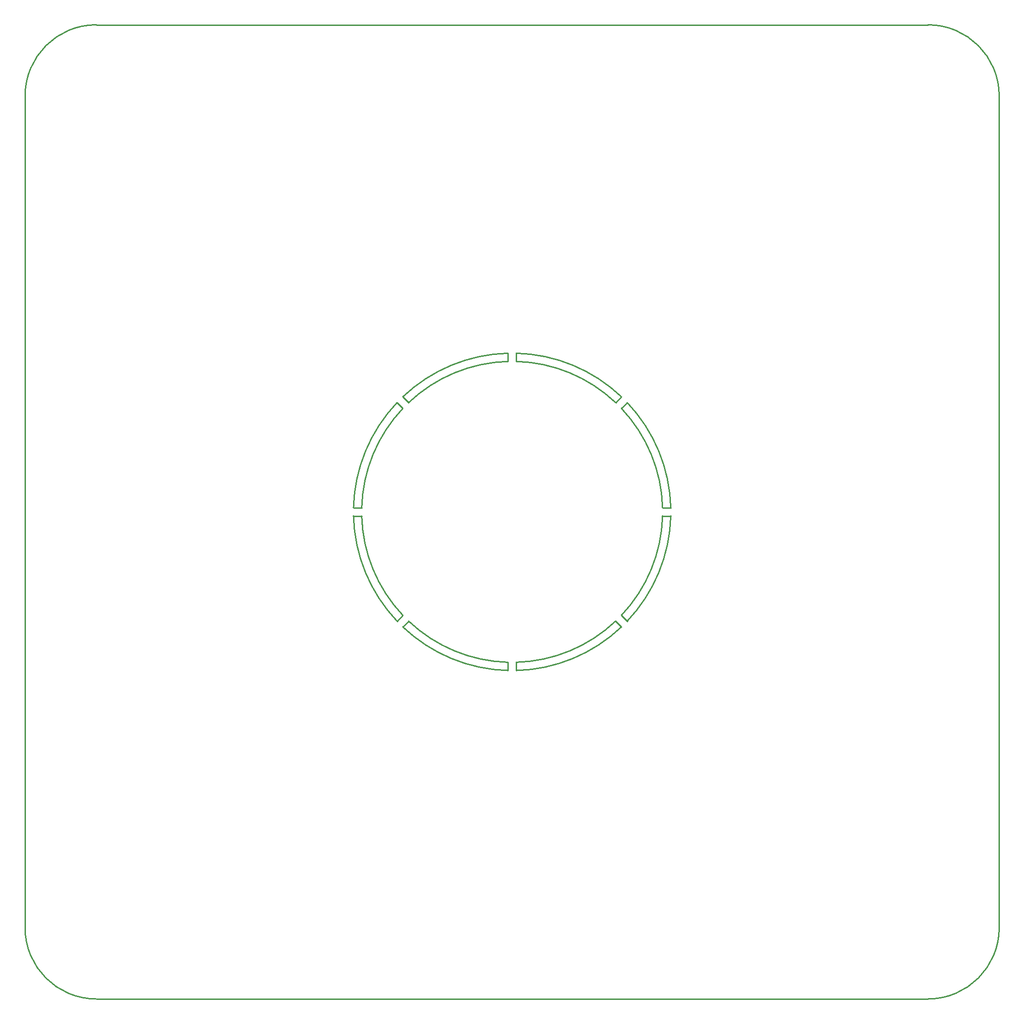
<source format=gbr>
%TF.GenerationSoftware,KiCad,Pcbnew,7.0.9*%
%TF.CreationDate,2024-08-20T17:43:16-06:00*%
%TF.ProjectId,blank_idealvac,626c616e-6b5f-4696-9465-616c7661632e,rev?*%
%TF.SameCoordinates,Original*%
%TF.FileFunction,Profile,NP*%
%FSLAX46Y46*%
G04 Gerber Fmt 4.6, Leading zero omitted, Abs format (unit mm)*
G04 Created by KiCad (PCBNEW 7.0.9) date 2024-08-20 17:43:16*
%MOMM*%
%LPD*%
G01*
G04 APERTURE LIST*
%TA.AperFunction,Profile*%
%ADD10C,0.250000*%
%TD*%
G04 APERTURE END LIST*
D10*
X14900000Y-216400000D02*
G75*
G03*
X27900000Y-229400000I13000000J0D01*
G01*
X27900000Y-51400000D02*
G75*
G03*
X14900000Y-64400000I0J-13000000D01*
G01*
X83931092Y-119370432D02*
X84992127Y-120431467D01*
X103150000Y-111409700D02*
X103150000Y-112910229D01*
X74909700Y-139650000D02*
X76410229Y-139650000D01*
X82870432Y-160368908D02*
X83931467Y-159307873D01*
X104650000Y-167889770D02*
G75*
G03*
X122807873Y-160368533I-750000J27489770D01*
G01*
X27900000Y-229400000D02*
X179900000Y-229400000D01*
X132890300Y-141150000D02*
X131389771Y-141150000D01*
X84992127Y-160368533D02*
G75*
G03*
X103150000Y-167889771I18907873J19968533D01*
G01*
X83931467Y-121492127D02*
G75*
G03*
X76410229Y-139650000I19968533J-18907873D01*
G01*
X74909700Y-141150000D02*
X76410229Y-141150000D01*
X83931092Y-161429568D02*
X84992127Y-160368533D01*
X104650000Y-111409700D02*
X104650000Y-112910229D01*
X124929568Y-160368908D02*
X123868533Y-159307873D01*
X103150000Y-169390300D02*
X103150000Y-167889771D01*
X179900000Y-51400000D02*
X27900000Y-51400000D01*
X82870433Y-120431093D02*
G75*
G03*
X74909701Y-139650000I21029567J-19968907D01*
G01*
X131389770Y-139650000D02*
G75*
G03*
X123868533Y-121492127I-27489770J-750000D01*
G01*
X103150000Y-112910230D02*
G75*
G03*
X84992127Y-120431467I750000J-27489770D01*
G01*
X104650000Y-169390300D02*
G75*
G03*
X123868908Y-161429568I-750000J28990300D01*
G01*
X124929568Y-120431092D02*
X123868533Y-121492127D01*
X83931093Y-161429567D02*
G75*
G03*
X103150000Y-169390299I19968907J21029567D01*
G01*
X14900000Y-64400000D02*
X14900000Y-216400000D01*
X122807873Y-120431467D02*
G75*
G03*
X104650000Y-112910229I-18907873J-19968533D01*
G01*
X192900000Y-64400000D02*
G75*
G03*
X179900000Y-51400000I-13000000J0D01*
G01*
X123868907Y-119370433D02*
G75*
G03*
X104650000Y-111409701I-19968907J-21029567D01*
G01*
X123868908Y-161429568D02*
X122807873Y-160368533D01*
X132890300Y-139650000D02*
X131389771Y-139650000D01*
X104650000Y-169390300D02*
X104650000Y-167889771D01*
X123868908Y-119370432D02*
X122807873Y-120431467D01*
X124929567Y-160368907D02*
G75*
G03*
X132890299Y-141150000I-21029567J19968907D01*
G01*
X76410230Y-141150000D02*
G75*
G03*
X83931467Y-159307873I27489770J750000D01*
G01*
X82870432Y-120431092D02*
X83931467Y-121492127D01*
X132890300Y-139650000D02*
G75*
G03*
X124929568Y-120431092I-28990300J-750000D01*
G01*
X192900000Y-216400000D02*
X192900000Y-64400000D01*
X123868533Y-159307873D02*
G75*
G03*
X131389771Y-141150000I-19968533J18907873D01*
G01*
X103150000Y-111409700D02*
G75*
G03*
X83931092Y-119370432I750000J-28990300D01*
G01*
X74909700Y-141150000D02*
G75*
G03*
X82870432Y-160368908I28990300J750000D01*
G01*
X179900000Y-229400000D02*
G75*
G03*
X192900000Y-216400000I0J13000000D01*
G01*
M02*

</source>
